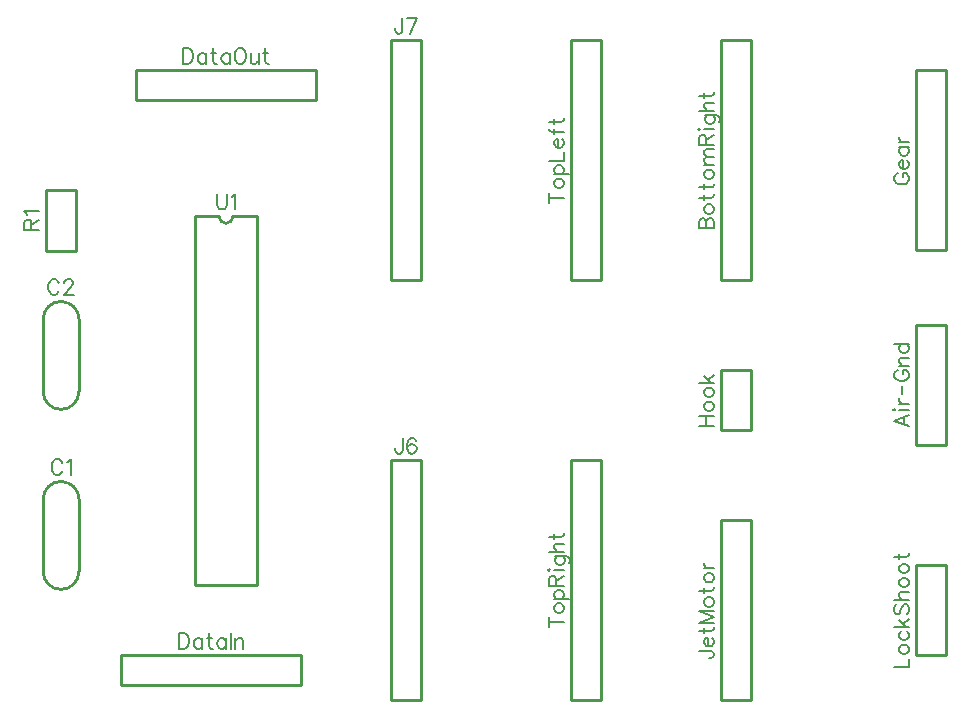
<source format=gbr>
G04 DipTrace 2.4.0.2*
%INTopSilk.gbr*%
%MOIN*%
%ADD10C,0.0098*%
%ADD37C,0.0077*%
%FSLAX44Y44*%
G04*
G70*
G90*
G75*
G01*
%LNTopSilk*%
%LPD*%
X12507Y21582D2*
D10*
Y9298D1*
X10460D2*
X12507D1*
X10460Y21582D2*
Y9298D1*
Y21582D2*
X11247D1*
X12507D2*
X11720D1*
X11247D2*
G03X11720Y21582I236J0D01*
G01*
X27984Y14440D2*
X28984D1*
X27984Y16440D2*
Y14440D1*
Y16440D2*
X28984D1*
Y14440D1*
X8484Y25440D2*
X14484D1*
X8484Y26440D2*
X14484D1*
X8484Y25440D2*
Y26440D1*
X14484Y25440D2*
Y26440D1*
X5492Y20436D2*
Y22444D1*
X6476Y20436D2*
Y22444D1*
Y20436D2*
X5492D1*
X6476Y22444D2*
X5492D1*
X5384Y9741D2*
Y12139D1*
X6584Y9741D2*
Y12139D1*
G03X5384Y12139I-600J1D01*
G01*
Y9741D2*
G03X6584Y9741I600J-1D01*
G01*
X5384Y15741D2*
Y18139D1*
X6584Y15741D2*
Y18139D1*
G03X5384Y18139I-600J1D01*
G01*
Y15741D2*
G03X6584Y15741I600J-1D01*
G01*
X7984Y5940D2*
X13984D1*
X7984Y6940D2*
X13984D1*
X7984Y5940D2*
Y6940D1*
X13984Y5940D2*
Y6940D1*
X34484Y9940D2*
X35484D1*
Y6940D1*
X34484D2*
X35484D1*
X34484Y9940D2*
Y6940D1*
Y13940D2*
X35484D1*
X34484Y17940D2*
Y13940D1*
X35484Y17940D2*
Y13940D1*
X34484Y17940D2*
X35484D1*
X17984Y27440D2*
Y19440D1*
X16984Y27440D2*
X17984D1*
X16984D2*
Y19440D1*
X17984D1*
Y13440D2*
Y5440D1*
X16984Y13440D2*
X17984D1*
X16984D2*
Y5440D1*
X17984D1*
X34484Y26440D2*
Y20440D1*
X35484Y26440D2*
Y20440D1*
X34484Y26440D2*
X35484D1*
X34484Y20440D2*
X35484D1*
X27984Y11440D2*
Y5440D1*
X28984Y11440D2*
Y5440D1*
X27984Y11440D2*
X28984D1*
X27984Y5440D2*
X28984D1*
X23984Y27440D2*
Y19440D1*
X22984Y27440D2*
X23984D1*
X22984D2*
Y19440D1*
X23984D1*
Y13440D2*
Y5440D1*
X22984Y13440D2*
X23984D1*
X22984D2*
Y5440D1*
X23984D1*
X28984Y27440D2*
Y19440D1*
X27984Y27440D2*
X28984D1*
X27984D2*
Y19440D1*
X28984D1*
X11179Y22314D2*
D37*
Y21955D1*
X11203Y21884D1*
X11251Y21836D1*
X11323Y21812D1*
X11370D1*
X11442Y21836D1*
X11490Y21884D1*
X11514Y21955D1*
Y22314D1*
X11668Y22218D2*
X11717Y22242D1*
X11788Y22314D1*
Y21812D1*
X27251Y14598D2*
X27754D1*
X27251Y14933D2*
X27754D1*
X27491Y14598D2*
Y14933D1*
X27419Y15207D2*
X27443Y15160D1*
X27491Y15111D1*
X27563Y15088D1*
X27610D1*
X27682Y15111D1*
X27730Y15160D1*
X27754Y15207D1*
Y15279D1*
X27730Y15327D1*
X27682Y15375D1*
X27610Y15399D1*
X27563D1*
X27491Y15375D1*
X27443Y15327D1*
X27419Y15279D1*
Y15207D1*
Y15673D2*
X27443Y15625D1*
X27491Y15577D1*
X27563Y15553D1*
X27610D1*
X27682Y15577D1*
X27730Y15625D1*
X27754Y15673D1*
Y15745D1*
X27730Y15793D1*
X27682Y15840D1*
X27610Y15864D1*
X27563D1*
X27491Y15840D1*
X27443Y15793D1*
X27419Y15745D1*
Y15673D1*
X27251Y16019D2*
X27754D1*
X27419Y16258D2*
X27658Y16019D1*
X27563Y16114D2*
X27754Y16282D1*
X10052Y27172D2*
Y26670D1*
X10220D1*
X10292Y26694D1*
X10340Y26742D1*
X10363Y26790D1*
X10387Y26861D1*
Y26981D1*
X10363Y27053D1*
X10340Y27101D1*
X10292Y27149D1*
X10220Y27172D1*
X10052D1*
X10828Y27005D2*
Y26670D1*
Y26933D2*
X10781Y26981D1*
X10733Y27005D1*
X10661D1*
X10613Y26981D1*
X10566Y26933D1*
X10542Y26861D1*
Y26814D1*
X10566Y26742D1*
X10613Y26694D1*
X10661Y26670D1*
X10733D1*
X10781Y26694D1*
X10828Y26742D1*
X11055Y27172D2*
Y26766D1*
X11078Y26694D1*
X11126Y26670D1*
X11174D1*
X10983Y27005D2*
X11150D1*
X11615D2*
Y26670D1*
Y26933D2*
X11568Y26981D1*
X11520Y27005D1*
X11448D1*
X11400Y26981D1*
X11353Y26933D1*
X11328Y26861D1*
Y26814D1*
X11353Y26742D1*
X11400Y26694D1*
X11448Y26670D1*
X11520D1*
X11568Y26694D1*
X11615Y26742D1*
X11913Y27172D2*
X11865Y27149D1*
X11818Y27101D1*
X11793Y27053D1*
X11770Y26981D1*
Y26861D1*
X11793Y26790D1*
X11818Y26742D1*
X11865Y26694D1*
X11913Y26670D1*
X12009D1*
X12057Y26694D1*
X12105Y26742D1*
X12128Y26790D1*
X12152Y26861D1*
Y26981D1*
X12128Y27053D1*
X12105Y27101D1*
X12057Y27149D1*
X12009Y27172D1*
X11913D1*
X12307Y27005D2*
Y26766D1*
X12330Y26694D1*
X12378Y26670D1*
X12450D1*
X12498Y26694D1*
X12570Y26766D1*
Y27005D2*
Y26670D1*
X12796Y27172D2*
Y26766D1*
X12820Y26694D1*
X12868Y26670D1*
X12915D1*
X12724Y27005D2*
X12891D1*
X4999Y21136D2*
Y21351D1*
X4974Y21422D1*
X4951Y21447D1*
X4903Y21470D1*
X4855D1*
X4807Y21447D1*
X4783Y21422D1*
X4759Y21351D1*
Y21136D1*
X5262D1*
X4999Y21303D2*
X5262Y21470D1*
X4856Y21625D2*
X4831Y21673D1*
X4760Y21745D1*
X5262D1*
X6026Y13353D2*
X6002Y13401D1*
X5954Y13449D1*
X5907Y13472D1*
X5811D1*
X5763Y13449D1*
X5715Y13401D1*
X5691Y13353D1*
X5667Y13281D1*
Y13161D1*
X5691Y13090D1*
X5715Y13042D1*
X5763Y12994D1*
X5811Y12970D1*
X5907D1*
X5954Y12994D1*
X6002Y13042D1*
X6026Y13090D1*
X6180Y13376D2*
X6228Y13401D1*
X6300Y13472D1*
Y12970D1*
X5918Y19353D2*
X5895Y19401D1*
X5847Y19449D1*
X5799Y19472D1*
X5703D1*
X5655Y19449D1*
X5608Y19401D1*
X5583Y19353D1*
X5560Y19281D1*
Y19161D1*
X5583Y19090D1*
X5608Y19042D1*
X5655Y18994D1*
X5703Y18970D1*
X5799D1*
X5847Y18994D1*
X5895Y19042D1*
X5918Y19090D1*
X6097Y19352D2*
Y19376D1*
X6121Y19424D1*
X6145Y19448D1*
X6193Y19472D1*
X6288D1*
X6336Y19448D1*
X6360Y19424D1*
X6384Y19376D1*
Y19329D1*
X6360Y19281D1*
X6312Y19209D1*
X6073Y18970D1*
X6408D1*
X9916Y7672D2*
Y7170D1*
X10084D1*
X10156Y7194D1*
X10204Y7242D1*
X10227Y7290D1*
X10251Y7361D1*
Y7481D1*
X10227Y7553D1*
X10204Y7601D1*
X10156Y7649D1*
X10084Y7672D1*
X9916D1*
X10692Y7505D2*
Y7170D1*
Y7433D2*
X10645Y7481D1*
X10597Y7505D1*
X10526D1*
X10477Y7481D1*
X10430Y7433D1*
X10406Y7361D1*
Y7314D1*
X10430Y7242D1*
X10477Y7194D1*
X10526Y7170D1*
X10597D1*
X10645Y7194D1*
X10692Y7242D1*
X10919Y7672D2*
Y7266D1*
X10942Y7194D1*
X10991Y7170D1*
X11038D1*
X10847Y7505D2*
X11014D1*
X11479D2*
Y7170D1*
Y7433D2*
X11432Y7481D1*
X11384Y7505D1*
X11312D1*
X11264Y7481D1*
X11217Y7433D1*
X11192Y7361D1*
Y7314D1*
X11217Y7242D1*
X11264Y7194D1*
X11312Y7170D1*
X11384D1*
X11432Y7194D1*
X11479Y7242D1*
X11634Y7672D2*
Y7170D1*
X11788Y7505D2*
Y7170D1*
Y7409D2*
X11860Y7481D1*
X11908Y7505D1*
X11979D1*
X12027Y7481D1*
X12051Y7409D1*
Y7170D1*
X33751Y6543D2*
X34254D1*
Y6829D1*
X33919Y7103D2*
X33943Y7056D1*
X33991Y7008D1*
X34063Y6984D1*
X34110D1*
X34182Y7008D1*
X34230Y7056D1*
X34254Y7103D1*
Y7175D1*
X34230Y7223D1*
X34182Y7271D1*
X34110Y7295D1*
X34063D1*
X33991Y7271D1*
X33943Y7223D1*
X33919Y7175D1*
Y7103D1*
X33991Y7737D2*
X33943Y7689D1*
X33919Y7641D1*
Y7569D1*
X33943Y7521D1*
X33991Y7474D1*
X34063Y7449D1*
X34110D1*
X34182Y7474D1*
X34230Y7521D1*
X34254Y7569D1*
Y7641D1*
X34230Y7689D1*
X34182Y7737D1*
X33751Y7891D2*
X34254D1*
X33919Y8130D2*
X34158Y7891D1*
X34063Y7987D2*
X34254Y8154D1*
X33823Y8644D2*
X33775Y8596D1*
X33751Y8524D1*
Y8429D1*
X33775Y8357D1*
X33823Y8309D1*
X33871D1*
X33919Y8333D1*
X33943Y8357D1*
X33966Y8404D1*
X34015Y8548D1*
X34038Y8596D1*
X34063Y8620D1*
X34110Y8644D1*
X34182D1*
X34230Y8596D1*
X34254Y8524D1*
Y8429D1*
X34230Y8357D1*
X34182Y8309D1*
X33751Y8798D2*
X34254D1*
X34015D2*
X33943Y8870D1*
X33919Y8918D1*
Y8990D1*
X33943Y9037D1*
X34015Y9061D1*
X34254D1*
X33919Y9335D2*
X33943Y9287D1*
X33991Y9239D1*
X34063Y9215D1*
X34110D1*
X34182Y9239D1*
X34230Y9287D1*
X34254Y9335D1*
Y9407D1*
X34230Y9455D1*
X34182Y9502D1*
X34110Y9527D1*
X34063D1*
X33991Y9502D1*
X33943Y9455D1*
X33919Y9407D1*
Y9335D1*
Y9800D2*
X33943Y9753D1*
X33991Y9705D1*
X34063Y9681D1*
X34110D1*
X34182Y9705D1*
X34230Y9753D1*
X34254Y9800D1*
Y9872D1*
X34230Y9920D1*
X34182Y9968D1*
X34110Y9992D1*
X34063D1*
X33991Y9968D1*
X33943Y9920D1*
X33919Y9872D1*
Y9800D1*
X33751Y10218D2*
X34158D1*
X34230Y10242D1*
X34254Y10290D1*
Y10338D1*
X33919Y10147D2*
Y10314D1*
X34254Y14956D2*
X33751Y14764D1*
X34254Y14573D1*
X34086Y14645D2*
Y14884D1*
X33751Y15110D2*
X33775Y15134D1*
X33751Y15159D1*
X33727Y15134D1*
X33751Y15110D1*
X33919Y15134D2*
X34254D1*
X33919Y15313D2*
X34254D1*
X34063D2*
X33991Y15337D1*
X33943Y15385D1*
X33919Y15433D1*
Y15505D1*
X34003Y15659D2*
Y15935D1*
X33871Y16449D2*
X33823Y16425D1*
X33775Y16377D1*
X33751Y16329D1*
Y16234D1*
X33775Y16185D1*
X33823Y16138D1*
X33871Y16114D1*
X33943Y16090D1*
X34063D1*
X34134Y16114D1*
X34182Y16138D1*
X34230Y16185D1*
X34254Y16234D1*
Y16329D1*
X34230Y16377D1*
X34182Y16425D1*
X34134Y16449D1*
X34063D1*
Y16329D1*
X33919Y16603D2*
X34254D1*
X34015D2*
X33943Y16675D1*
X33919Y16723D1*
Y16794D1*
X33943Y16842D1*
X34015Y16866D1*
X34254D1*
X33751Y17307D2*
X34254D1*
X33991D2*
X33943Y17260D1*
X33919Y17212D1*
Y17140D1*
X33943Y17092D1*
X33991Y17044D1*
X34063Y17020D1*
X34110D1*
X34182Y17044D1*
X34230Y17092D1*
X34254Y17140D1*
Y17212D1*
X34230Y17260D1*
X34182Y17307D1*
X17359Y28172D2*
Y27790D1*
X17335Y27718D1*
X17311Y27694D1*
X17263Y27670D1*
X17215D1*
X17167Y27694D1*
X17144Y27718D1*
X17119Y27790D1*
Y27837D1*
X17609Y27670D2*
X17848Y28172D1*
X17513D1*
X17371Y14172D2*
Y13790D1*
X17347Y13718D1*
X17323Y13694D1*
X17275Y13670D1*
X17227D1*
X17180Y13694D1*
X17156Y13718D1*
X17132Y13790D1*
Y13837D1*
X17812Y14101D2*
X17788Y14148D1*
X17717Y14172D1*
X17669D1*
X17597Y14148D1*
X17549Y14076D1*
X17525Y13957D1*
Y13837D1*
X17549Y13742D1*
X17597Y13694D1*
X17669Y13670D1*
X17693D1*
X17764Y13694D1*
X17812Y13742D1*
X17836Y13814D1*
Y13837D1*
X17812Y13909D1*
X17764Y13957D1*
X17693Y13981D1*
X17669D1*
X17597Y13957D1*
X17549Y13909D1*
X17525Y13837D1*
X33871Y23005D2*
X33823Y22981D1*
X33775Y22933D1*
X33751Y22886D1*
Y22790D1*
X33775Y22742D1*
X33823Y22695D1*
X33871Y22670D1*
X33943Y22646D1*
X34063D1*
X34134Y22670D1*
X34182Y22695D1*
X34230Y22742D1*
X34254Y22790D1*
Y22886D1*
X34230Y22933D1*
X34182Y22981D1*
X34134Y23005D1*
X34063D1*
Y22886D1*
Y23160D2*
Y23446D1*
X34015D1*
X33966Y23423D1*
X33943Y23399D1*
X33919Y23351D1*
Y23279D1*
X33943Y23231D1*
X33991Y23183D1*
X34063Y23160D1*
X34110D1*
X34182Y23183D1*
X34230Y23231D1*
X34254Y23279D1*
Y23351D1*
X34230Y23399D1*
X34182Y23446D1*
X33919Y23888D2*
X34254D1*
X33991D2*
X33943Y23840D1*
X33919Y23792D1*
Y23721D1*
X33943Y23673D1*
X33991Y23625D1*
X34063Y23601D1*
X34110D1*
X34182Y23625D1*
X34230Y23673D1*
X34254Y23721D1*
Y23792D1*
X34230Y23840D1*
X34182Y23888D1*
X33919Y24042D2*
X34254D1*
X34063D2*
X33991Y24066D1*
X33943Y24114D1*
X33919Y24162D1*
Y24234D1*
X27251Y7086D2*
X27634D1*
X27706Y7063D1*
X27730Y7038D1*
X27754Y6991D1*
Y6943D1*
X27730Y6895D1*
X27706Y6871D1*
X27634Y6847D1*
X27586D1*
X27563Y7241D2*
Y7528D1*
X27515D1*
X27466Y7504D1*
X27443Y7480D1*
X27419Y7432D1*
Y7360D1*
X27443Y7313D1*
X27491Y7265D1*
X27563Y7241D1*
X27610D1*
X27682Y7265D1*
X27730Y7313D1*
X27754Y7360D1*
Y7432D1*
X27730Y7480D1*
X27682Y7528D1*
X27251Y7754D2*
X27658D1*
X27730Y7778D1*
X27754Y7826D1*
Y7873D1*
X27419Y7682D2*
Y7850D1*
X27754Y8410D2*
X27251D1*
X27754Y8219D1*
X27251Y8028D1*
X27754D1*
X27419Y8684D2*
X27443Y8636D1*
X27491Y8588D1*
X27563Y8565D1*
X27610D1*
X27682Y8588D1*
X27730Y8636D1*
X27754Y8684D1*
Y8756D1*
X27730Y8804D1*
X27682Y8851D1*
X27610Y8876D1*
X27563D1*
X27491Y8851D1*
X27443Y8804D1*
X27419Y8756D1*
Y8684D1*
X27251Y9102D2*
X27658D1*
X27730Y9126D1*
X27754Y9174D1*
Y9221D1*
X27419Y9030D2*
Y9198D1*
Y9495D2*
X27443Y9448D1*
X27491Y9400D1*
X27563Y9376D1*
X27610D1*
X27682Y9400D1*
X27730Y9448D1*
X27754Y9495D1*
Y9567D1*
X27730Y9615D1*
X27682Y9663D1*
X27610Y9687D1*
X27563D1*
X27491Y9663D1*
X27443Y9615D1*
X27419Y9567D1*
Y9495D1*
Y9841D2*
X27754D1*
X27563D2*
X27491Y9866D1*
X27443Y9913D1*
X27419Y9961D1*
Y10033D1*
X22251Y22200D2*
X22754D1*
X22251Y22032D2*
Y22367D1*
X22419Y22641D2*
X22443Y22593D1*
X22491Y22545D1*
X22563Y22521D1*
X22610D1*
X22682Y22545D1*
X22730Y22593D1*
X22754Y22641D1*
Y22713D1*
X22730Y22761D1*
X22682Y22808D1*
X22610Y22833D1*
X22563D1*
X22491Y22808D1*
X22443Y22761D1*
X22419Y22713D1*
Y22641D1*
Y22987D2*
X22921D1*
X22491D2*
X22443Y23035D1*
X22419Y23083D1*
Y23155D1*
X22443Y23203D1*
X22491Y23250D1*
X22563Y23274D1*
X22611D1*
X22682Y23250D1*
X22730Y23203D1*
X22754Y23154D1*
Y23083D1*
X22730Y23035D1*
X22682Y22987D1*
X22251Y23429D2*
X22754D1*
Y23716D1*
X22563Y23870D2*
Y24157D1*
X22515D1*
X22466Y24133D1*
X22443Y24109D1*
X22419Y24061D1*
Y23989D1*
X22443Y23942D1*
X22491Y23894D1*
X22563Y23870D1*
X22610D1*
X22682Y23894D1*
X22730Y23942D1*
X22754Y23989D1*
Y24061D1*
X22730Y24109D1*
X22682Y24157D1*
X22251Y24503D2*
Y24455D1*
X22275Y24407D1*
X22347Y24383D1*
X22754D1*
X22419Y24311D2*
Y24479D1*
X22251Y24729D2*
X22658D1*
X22730Y24753D1*
X22754Y24801D1*
Y24848D1*
X22419Y24657D2*
Y24824D1*
X22251Y8038D2*
X22754D1*
X22251Y7871D2*
Y8206D1*
X22419Y8480D2*
X22443Y8432D1*
X22491Y8384D1*
X22563Y8360D1*
X22610D1*
X22682Y8384D1*
X22730Y8432D1*
X22754Y8480D1*
Y8552D1*
X22730Y8600D1*
X22682Y8647D1*
X22610Y8671D1*
X22563D1*
X22491Y8647D1*
X22443Y8600D1*
X22419Y8552D1*
Y8480D1*
Y8826D2*
X22921D1*
X22491D2*
X22443Y8874D1*
X22419Y8921D1*
Y8993D1*
X22443Y9041D1*
X22491Y9089D1*
X22563Y9113D1*
X22611D1*
X22682Y9089D1*
X22730Y9041D1*
X22754Y8993D1*
Y8921D1*
X22730Y8874D1*
X22682Y8826D1*
X22491Y9268D2*
Y9483D1*
X22466Y9554D1*
X22443Y9579D1*
X22395Y9603D1*
X22347D1*
X22300Y9579D1*
X22275Y9554D1*
X22251Y9483D1*
Y9268D1*
X22754D1*
X22491Y9435D2*
X22754Y9603D1*
X22251Y9757D2*
X22275Y9781D1*
X22251Y9805D1*
X22227Y9781D1*
X22251Y9757D1*
X22419Y9781D2*
X22754D1*
X22443Y10246D2*
X22826D1*
X22897Y10223D1*
X22921Y10199D1*
X22945Y10151D1*
Y10079D1*
X22921Y10031D1*
X22515Y10246D2*
X22467Y10199D1*
X22443Y10151D1*
Y10079D1*
X22467Y10031D1*
X22515Y9983D1*
X22586Y9959D1*
X22635D1*
X22706Y9983D1*
X22754Y10031D1*
X22778Y10079D1*
Y10151D1*
X22754Y10199D1*
X22706Y10246D1*
X22251Y10401D2*
X22754D1*
X22515D2*
X22443Y10473D1*
X22419Y10521D1*
Y10592D1*
X22443Y10640D1*
X22515Y10664D1*
X22754D1*
X22251Y10890D2*
X22658D1*
X22730Y10914D1*
X22754Y10962D1*
Y11009D1*
X22419Y10818D2*
Y10986D1*
X27251Y21173D2*
X27754D1*
Y21388D1*
X27730Y21460D1*
X27706Y21484D1*
X27658Y21508D1*
X27586D1*
X27538Y21484D1*
X27515Y21460D1*
X27491Y21388D1*
X27466Y21460D1*
X27443Y21484D1*
X27395Y21508D1*
X27347D1*
X27300Y21484D1*
X27275Y21460D1*
X27251Y21388D1*
Y21173D1*
X27491D2*
Y21388D1*
X27419Y21782D2*
X27443Y21734D1*
X27491Y21686D1*
X27563Y21662D1*
X27610D1*
X27682Y21686D1*
X27730Y21734D1*
X27754Y21782D1*
Y21853D1*
X27730Y21902D1*
X27682Y21949D1*
X27610Y21973D1*
X27563D1*
X27491Y21949D1*
X27443Y21902D1*
X27419Y21853D1*
Y21782D1*
X27251Y22200D2*
X27658D1*
X27730Y22223D1*
X27754Y22271D1*
Y22319D1*
X27419Y22128D2*
Y22295D1*
X27251Y22545D2*
X27658D1*
X27730Y22569D1*
X27754Y22617D1*
Y22665D1*
X27419Y22473D2*
Y22641D1*
Y22938D2*
X27443Y22891D1*
X27491Y22843D1*
X27563Y22819D1*
X27610D1*
X27682Y22843D1*
X27730Y22891D1*
X27754Y22938D1*
Y23010D1*
X27730Y23058D1*
X27682Y23106D1*
X27610Y23130D1*
X27563D1*
X27491Y23106D1*
X27443Y23058D1*
X27419Y23010D1*
Y22938D1*
Y23285D2*
X27754D1*
X27515D2*
X27443Y23356D1*
X27419Y23405D1*
Y23476D1*
X27443Y23524D1*
X27515Y23548D1*
X27754D1*
X27515D2*
X27443Y23620D1*
X27419Y23668D1*
Y23739D1*
X27443Y23787D1*
X27515Y23811D1*
X27754D1*
X27491Y23966D2*
Y24181D1*
X27466Y24253D1*
X27443Y24277D1*
X27395Y24301D1*
X27347D1*
X27300Y24277D1*
X27275Y24253D1*
X27251Y24181D1*
Y23966D1*
X27754D1*
X27491Y24133D2*
X27754Y24301D1*
X27251Y24455D2*
X27275Y24479D1*
X27251Y24503D1*
X27227Y24479D1*
X27251Y24455D1*
X27419Y24479D2*
X27754D1*
X27443Y24944D2*
X27826D1*
X27897Y24921D1*
X27921Y24897D1*
X27945Y24849D1*
Y24777D1*
X27921Y24729D1*
X27515Y24944D2*
X27467Y24897D1*
X27443Y24849D1*
Y24777D1*
X27467Y24729D1*
X27515Y24681D1*
X27586Y24657D1*
X27635D1*
X27706Y24681D1*
X27754Y24729D1*
X27778Y24777D1*
Y24849D1*
X27754Y24897D1*
X27706Y24944D1*
X27251Y25099D2*
X27754D1*
X27515D2*
X27443Y25171D1*
X27419Y25219D1*
Y25291D1*
X27443Y25338D1*
X27515Y25362D1*
X27754D1*
X27251Y25588D2*
X27658D1*
X27730Y25612D1*
X27754Y25660D1*
Y25707D1*
X27419Y25516D2*
Y25684D1*
M02*

</source>
